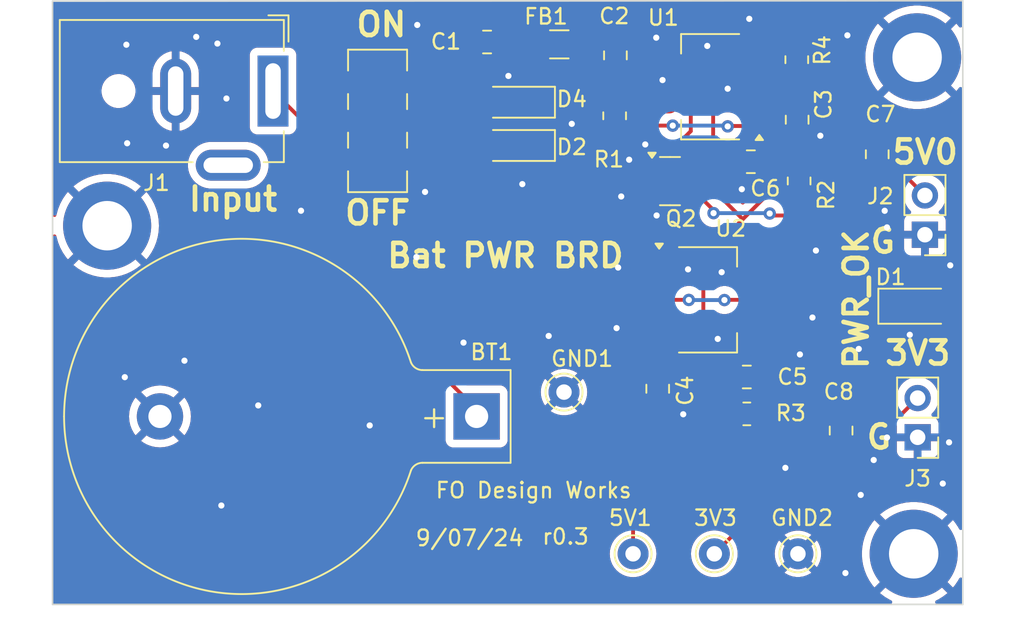
<source format=kicad_pcb>
(kicad_pcb (version 20221018) (generator pcbnew)
  (layers (0 "F.Cu" signal) (31 "B.Cu" signal) (34 "B.Paste" user) (35 "F.Paste" user) (36 "B.SilkS" user "B.Silkscreen") (37 "F.SilkS" user "F.Silkscreen") (38 "B.Mask" user) (39 "F.Mask" user) (44 "Edge.Cuts" user))
  (net 0 "")
  (net 1 "+5V")
  (net 2 "GND")
  (net 3 "Net-(D1-K)")
  (net 4 "Net-(D1-A)")
  (net 5 "Net-(BT1-+)")
  (net 6 "Net-(Q2-B)")
  (net 7 "Net-(U1-VIN)")
  (net 8 "+3.3V")
  (net 11 "Net-(D2-K)")
  (net 12 "Net-(D2-A)")
  (net 13 "Net-(D4-A)")
  (net 14 "Net-(SW1A-B)")
  (footprint "LED_SMD:LED_1206_3216Metric_Pad1.42x1.75mm_HandSolder" (layer "F.Cu") (at 128.8221 105.0063)
    (fp_text reference "D1" (at -1.6702 -1.8877) (layer "F.SilkS"))
    (fp_text value "OC_Fault")
    (fp_line (start -2.46 -1.135) (end -2.46 1.135) (stroke (width 0.12)) (layer "F.SilkS"))
    (fp_line (start -2.46 1.135) (end 1.6 1.135) (stroke (width 0.12)) (layer "F.SilkS"))
    (fp_line (start 1.6 -1.135) (end -2.46 -1.135) (stroke (width 0.12)) (layer "F.SilkS"))
    (pad "1" smd roundrect (at -1.4875 0) (size 1.425 1.75) (layers "F.Cu" "F.Paste" "F.Mask") (roundrect_rratio 0.1754392982) (net 3 "Net-(D1-K)"))
    (pad "2" smd roundrect (at 1.4875 0) (size 1.425 1.75) (layers "F.Cu" "F.Paste" "F.Mask") (roundrect_rratio 0.1754392982) (net 4 "Net-(D1-A)"))
  )
  (footprint "TestPoint:TestPoint_THTPad_D2.0mm_Drill1.0mm" (layer "F.Cu") (at 106.0196 110.5662)
    (fp_text reference "GND1" (at 1.1684 -2.159) (layer "F.SilkS"))
    (fp_text value "GND")
    (fp_circle (center 0 0) (end 0 1.2) (stroke (width 0.12)) (fill none) (layer "F.SilkS"))
    (pad "1" thru_hole circle (at 0 0) (size 2 2) (drill 1) (layers "*.Cu" "*.Mask") (net 2 "GND"))
  )
  (footprint "Capacitor_SMD:C_0805_2012Metric_Pad1.18x1.45mm_HandSolder" (layer "F.Cu") (at 117.84925 109.58755)
    (fp_text reference "C5" (at 2.95315 -0.00695) (layer "F.SilkS"))
    (fp_text value "1uF")
    (fp_line (start -0.261252 -0.735) (end 0.261252 -0.735) (stroke (width 0.12)) (layer "F.SilkS"))
    (fp_line (start -0.261252 0.735) (end 0.261252 0.735) (stroke (width 0.12)) (layer "F.SilkS"))
    (pad "1" smd roundrect (at -1.0375 0) (size 1.175 1.45) (layers "F.Cu" "F.Paste" "F.Mask") (roundrect_rratio 0.2127659574) (net 2 "GND"))
    (pad "2" smd roundrect (at 1.0375 0) (size 1.175 1.45) (layers "F.Cu" "F.Paste" "F.Mask") (roundrect_rratio 0.2127659574) (net 8 "+3.3V"))
  )
  (footprint "jerrys_Library:BarrelJack_GCT_DCJ200-10-A_Horizontal" (layer "F.Cu") (at 87.1893 91.0831 -90)
    (fp_text reference "J1" (at 5.9436 7.5438 -180) (layer "F.SilkS"))
    (fp_text value "INPUT_PWR")
    (fp_line (start -4.9 -1) (end -4.9 0.3) (stroke (width 0.12)) (layer "F.SilkS"))
    (fp_line (start -4.6 -0.7) (end -2.6 -0.7) (stroke (width 0.12)) (layer "F.SilkS"))
    (fp_line (start -4.6 13.8) (end -4.6 -0.7) (stroke (width 0.12)) (layer "F.SilkS"))
    (fp_line (start -3.2 -1) (end -4.9 -1) (stroke (width 0.12)) (layer "F.SilkS"))
    (fp_line (start 2.6 -0.7) (end 4.6 -0.7) (stroke (width 0.12)) (layer "F.SilkS"))
    (fp_line (start 4.6 -0.7) (end 4.6 0.6) (stroke (width 0.12)) (layer "F.SilkS"))
    (fp_line (start 4.6 5.2) (end 4.6 13.8) (stroke (width 0.12)) (layer "F.SilkS"))
    (fp_line (start 4.6 13.8) (end -4.6 13.8) (stroke (width 0.12)) (layer "F.SilkS"))
    (pad "" np_thru_hole circle (at 0 10 270) (size 1.7 1.7) (drill 1.7) (layers "F&B.Cu" "*.Mask"))
    (pad "1" thru_hole rect (at 0 0 270) (size 4.6 2) (drill oval 3.6 1) (layers "*.Cu" "*.Mask") (net 14 "Net-(SW1A-B)"))
    (pad "2" thru_hole oval (at 0 6.3 270) (size 4.2 2) (drill oval 3.2 1) (layers "*.Cu" "*.Mask") (net 2 "GND"))
    (pad "3" thru_hole oval (at 4.8 2.9 270) (size 2 4.2) (drill oval 1 3.2) (layers "*.Cu" "*.Mask"))
  )
  (footprint "Connector_PinHeader_2.54mm:PinHeader_1x02_P2.54mm_Vertical" (layer "F.Cu") (at 129.3765 100.3808 180)
    (fp_text reference "J2" (at 2.8845 2.4892) (layer "F.SilkS"))
    (fp_text value "Output_5V")
    (fp_line (start -1.33 -1.33) (end 0 -1.33) (stroke (width 0.12)) (layer "F.SilkS"))
    (fp_line (start -1.33 0) (end -1.33 -1.33) (stroke (width 0.12)) (layer "F.SilkS"))
    (fp_line (start -1.33 1.27) (end -1.33 3.87) (stroke (width 0.12)) (layer "F.SilkS"))
    (fp_line (start -1.33 1.27) (end 1.33 1.27) (stroke (width 0.12)) (layer "F.SilkS"))
    (fp_line (start -1.33 3.87) (end 1.33 3.87) (stroke (width 0.12)) (layer "F.SilkS"))
    (fp_line (start 1.33 1.27) (end 1.33 3.87) (stroke (width 0.12)) (layer "F.SilkS"))
    (pad "1" thru_hole rect (at 0 0 180) (size 1.7 1.7) (drill 1) (layers "*.Cu" "*.Mask") (net 2 "GND"))
    (pad "2" thru_hole oval (at 0 2.54 180) (size 1.7 1.7) (drill 1) (layers "*.Cu" "*.Mask") (net 1 "+5V"))
  )
  (footprint "jerrys_Library:SW_DPDT_CK_JS202011JCQN" (layer "F.Cu") (at 93.9546 93.0148 90)
    (fp_text reference "SW1" hide)
    (fp_text value "SW_DPDT_x2")
    (fp_line (start -4.61 -1.91) (end -4.61 1.91) (stroke (width 0.12)) (layer "F.SilkS"))
    (fp_line (start -4.61 1.91) (end -3.26 1.91) (stroke (width 0.12)) (layer "F.SilkS"))
    (fp_line (start -3.26 -1.91) (end -4.61 -1.91) (stroke (width 0.12)) (layer "F.SilkS"))
    (fp_line (start -0.76 -1.91) (end -1.74 -1.91) (stroke (width 0.12)) (layer "F.SilkS"))
    (fp_line (start -0.76 1.91) (end -1.74 1.91) (stroke (width 0.12)) (layer "F.SilkS"))
    (fp_line (start 1.74 -1.91) (end 0.76 -1.91) (stroke (width 0.12)) (layer "F.SilkS"))
    (fp_line (start 1.74 1.91) (end 0.76 1.91) (stroke (width 0.12)) (layer "F.SilkS"))
    (fp_line (start 4.61 -1.91) (end 3.26 -1.91) (stroke (width 0.12)) (layer "F.SilkS"))
    (fp_line (start 4.61 -1.91) (end 4.61 1.91) (stroke (width 0.12)) (layer "F.SilkS"))
    (fp_line (start 4.61 1.91) (end 3.26 1.91) (stroke (width 0.12)) (layer "F.SilkS"))
    (pad "1" smd rect (at -2.5 -3 90) (size 1 2.5) (layers "F.Cu" "F.Paste" "F.Mask"))
    (pad "2" smd rect (at 0 -3 90) (size 1 2.5) (layers "F.Cu" "F.Paste" "F.Mask") (net 14 "Net-(SW1A-B)"))
    (pad "3" smd rect (at 2.5 -3 90) (size 1 2.5) (layers "F.Cu" "F.Paste" "F.Mask") (net 12 "Net-(D2-A)"))
    (pad "4" smd rect (at -2.5 3 90) (size 1 2.5) (layers "F.Cu" "F.Paste" "F.Mask"))
    (pad "5" smd rect (at 0 3 90) (size 1 2.5) (layers "F.Cu" "F.Paste" "F.Mask") (net 5 "Net-(BT1-+)"))
    (pad "6" smd rect (at 2.5 3 90) (size 1 2.5) (layers "F.Cu" "F.Paste" "F.Mask") (net 13 "Net-(D4-A)"))
  )
  (footprint "Diode_SMD:D_SOD-123" (layer "F.Cu") (at 103.0721 91.8063 180)
    (fp_text reference "D4" (at -3.45 0.2 180) (layer "F.SilkS"))
    (fp_text value "1N5819WS")
    (fp_line (start -2.36 -1) (end -2.36 1) (stroke (width 0.12)) (layer "F.SilkS"))
    (fp_line (start -2.36 -1) (end 1.65 -1) (stroke (width 0.12)) (layer "F.SilkS"))
    (fp_line (start -2.36 1) (end 1.65 1) (stroke (width 0.12)) (layer "F.SilkS"))
    (pad "1" smd roundrect (at -1.65 0 180) (size 0.9 1.2) (layers "F.Cu" "F.Paste" "F.Mask") (net 11 "Net-(D2-K)"))
    (pad "2" smd roundrect (at 1.65 0 180) (size 0.9 1.2) (layers "F.Cu" "F.Paste" "F.Mask") (net 13 "Net-(D4-A)"))
  )
  (footprint "Capacitor_SMD:C_0805_2012Metric_Pad1.18x1.45mm_HandSolder" (layer "F.Cu") (at 121.1072 92.9386 90)
    (fp_text reference "C3" (at 0.9893 1.7031 90) (layer "F.SilkS"))
    (fp_text value "4.7uF")
    (fp_line (start -0.261252 -0.735) (end 0.261252 -0.735) (stroke (width 0.12)) (layer "F.SilkS"))
    (fp_line (start -0.261252 0.735) (end 0.261252 0.735) (stroke (width 0.12)) (layer "F.SilkS"))
    (pad "1" smd roundrect (at -1.0375 0 90) (size 1.175 1.45) (layers "F.Cu" "F.Paste" "F.Mask") (roundrect_rratio 0.2127659574) (net 2 "GND"))
    (pad "2" smd roundrect (at 1.0375 0 90) (size 1.175 1.45) (layers "F.Cu" "F.Paste" "F.Mask") (roundrect_rratio 0.2127659574) (net 1 "+5V"))
  )
  (footprint "Capacitor_SMD:C_0805_2012Metric_Pad1.18x1.45mm_HandSolder" (layer "F.Cu") (at 112.08345 110.34955 90)
    (fp_text reference "C4" (at -0.127 1.778 90) (layer "F.SilkS"))
    (fp_text value "1uF")
    (fp_line (start -0.261252 -0.735) (end 0.261252 -0.735) (stroke (width 0.12)) (layer "F.SilkS"))
    (fp_line (start -0.261252 0.735) (end 0.261252 0.735) (stroke (width 0.12)) (layer "F.SilkS"))
    (pad "1" smd roundrect (at -1.0375 0 90) (size 1.175 1.45) (layers "F.Cu" "F.Paste" "F.Mask") (roundrect_rratio 0.2127659574) (net 2 "GND"))
    (pad "2" smd roundrect (at 1.0375 0 90) (size 1.175 1.45) (layers "F.Cu" "F.Paste" "F.Mask") (roundrect_rratio 0.2127659574) (net 1 "+5V"))
  )
  (footprint "TestPoint:TestPoint_THTPad_D2.0mm_Drill1.0mm" (layer "F.Cu") (at 115.7478 121.031)
    (fp_text reference "3V3" (at 0.0743 -2.3247) (layer "F.SilkS"))
    (fp_text value "TP_3V3")
    (fp_circle (center 0 0) (end 0 1.2) (stroke (width 0.12)) (fill none) (layer "F.SilkS"))
    (pad "1" thru_hole circle (at 0 0) (size 2 2) (drill 1) (layers "*.Cu" "*.Mask") (net 8 "+3.3V"))
  )
  (footprint "Diode_SMD:D_SOD-123" (layer "F.Cu") (at 103.0721 94.6063 180)
    (fp_text reference "D2" (at -3.45 -0.1 180) (layer "F.SilkS"))
    (fp_text value "1N5819WS")
    (fp_line (start -2.36 -1) (end -2.36 1) (stroke (width 0.12)) (layer "F.SilkS"))
    (fp_line (start -2.36 -1) (end 1.65 -1) (stroke (width 0.12)) (layer "F.SilkS"))
    (fp_line (start -2.36 1) (end 1.65 1) (stroke (width 0.12)) (layer "F.SilkS"))
    (pad "1" smd roundrect (at -1.65 0 180) (size 0.9 1.2) (layers "F.Cu" "F.Paste" "F.Mask") (net 11 "Net-(D2-K)"))
    (pad "2" smd roundrect (at 1.65 0 180) (size 0.9 1.2) (layers "F.Cu" "F.Paste" "F.Mask") (net 12 "Net-(D2-A)"))
  )
  (footprint "Capacitor_SMD:C_0805_2012Metric_Pad1.18x1.45mm_HandSolder" (layer "F.Cu") (at 101.0412 87.9094)
    (fp_text reference "C1" (at -2.667 -0.0254 180) (layer "F.SilkS"))
    (fp_text value "0.1uF")
    (fp_line (start -0.261252 -0.735) (end 0.261252 -0.735) (stroke (width 0.12)) (layer "F.SilkS"))
    (fp_line (start -0.261252 0.735) (end 0.261252 0.735) (stroke (width 0.12)) (layer "F.SilkS"))
    (pad "1" smd roundrect (at -1.0375 0) (size 1.175 1.45) (layers "F.Cu" "F.Paste" "F.Mask") (roundrect_rratio 0.2127659574) (net 2 "GND"))
    (pad "2" smd roundrect (at 1.0375 0) (size 1.175 1.45) (layers "F.Cu" "F.Paste" "F.Mask") (roundrect_rratio 0.2127659574) (net 11 "Net-(D2-K)"))
  )
  (footprint "Capacitor_SMD:C_0805_2012Metric_Pad1.18x1.45mm_HandSolder" (layer "F.Cu") (at 123.952 113.0554 90)
    (fp_text reference "C8" (at 2.5146 -0.1524 180) (layer "F.SilkS"))
    (fp_text value "0.1uF")
    (fp_line (start -0.261252 -0.735) (end 0.261252 -0.735) (stroke (width 0.12)) (layer "F.SilkS"))
    (fp_line (start -0.261252 0.735) (end 0.261252 0.735) (stroke (width 0.12)) (layer "F.SilkS"))
    (pad "1" smd roundrect (at -1.0375 0 90) (size 1.175 1.45) (layers "F.Cu" "F.Paste" "F.Mask") (roundrect_rratio 0.2127659574) (net 2 "GND"))
    (pad "2" smd roundrect (at 1.0375 0 90) (size 1.175 1.45) (layers "F.Cu" "F.Paste" "F.Mask") (roundrect_rratio 0.2127659574) (net 8 "+3.3V"))
  )
  (footprint "Package_TO_SOT_SMD:SOT-23" (layer "F.Cu") (at 112.8776 96.9123)
    (fp_text reference "Q2" (at 0.7099 2.4258) (layer "F.SilkS"))
    (fp_text value "MMBT3904")
    (fp_line (start 0 -1.56) (end -0.65 -1.56) (stroke (width 0.12)) (layer "F.SilkS"))
    (fp_line (start 0 -1.56) (end 0.65 -1.56) (stroke (width 0.12)) (layer "F.SilkS"))
    (fp_line (start 0 1.56) (end -0.65 1.56) (stroke (width 0.12)) (layer "F.SilkS"))
    (fp_line (start 0 1.56) (end 0.65 1.56) (stroke (width 0.12)) (layer "F.SilkS"))
    (fp_poly (pts (xy -1.1625 -1.51) (xy -1.4025 -1.84) (xy -0.9225 -1.84) (xy -1.1625 -1.51)) (stroke (width 0.12)) (fill solid) (layer "F.SilkS"))
    (pad "1" smd roundrect (at -0.9375 -0.95) (size 1.475 0.6) (layers "F.Cu" "F.Paste" "F.Mask") (net 6 "Net-(Q2-B)"))
    (pad "2" smd roundrect (at -0.9375 0.95) (size 1.475 0.6) (layers "F.Cu" "F.Paste" "F.Mask") (net 2 "GND"))
    (pad "3" smd roundrect (at 0.9375 0) (size 1.475 0.6) (layers "F.Cu" "F.Paste" "F.Mask") (net 3 "Net-(D1-K)"))
  )
  (footprint "Resistor_SMD:R_0805_2012Metric_Pad1.20x1.40mm_HandSolder" (layer "F.Cu") (at 121.2355 96.9023 90)
    (fp_text reference "R2" (at -0.9144 1.7526 90) (layer "F.SilkS"))
    (fp_text value "2.7K")
    (fp_line (start -0.227064 -0.735) (end 0.227064 -0.735) (stroke (width 0.12)) (layer "F.SilkS"))
    (fp_line (start -0.227064 0.735) (end 0.227064 0.735) (stroke (width 0.12)) (layer "F.SilkS"))
    (pad "1" smd roundrect (at -1 0 90) (size 1.2 1.4) (layers "F.Cu" "F.Paste" "F.Mask") (roundrect_rratio 0.2083333333) (net 4 "Net-(D1-A)"))
    (pad "2" smd roundrect (at 1 0 90) (size 1.2 1.4) (layers "F.Cu" "F.Paste" "F.Mask") (roundrect_rratio 0.2083333333) (net 1 "+5V"))
  )
  (footprint "MountingHole:MountingHole_3.2mm_M3_ISO7380_Pad_TopBottom" (layer "F.Cu") (at 128.6497 121.0297)
    (fp_text reference "H3" hide)
    (fp_text value "MountingHole_Pad")
    (pad "1" thru_hole circle (at 0 0) (size 3.6 3.6) (drill 3.2) (layers "*.Cu" "*.Mask") (net 2 "GND"))
    (pad "1" connect circle (at 0 0) (size 5.7 5.7) (layers "F.Cu" "F.Mask") (net 2 "GND"))
    (pad "1" connect circle (at 0 0) (size 5.7 5.7) (layers "B.Cu" "B.Mask") (net 2 "GND"))
  )
  (footprint "Resistor_SMD:R_0805_2012Metric_Pad1.20x1.40mm_HandSolder" (layer "F.Cu") (at 109.2962 92.6846 -90)
    (fp_text reference "R1" (at 2.8217 0.3741 -180) (layer "F.SilkS"))
    (fp_text value "100K")
    (fp_line (start -0.227064 -0.735) (end 0.227064 -0.735) (stroke (width 0.12)) (layer "F.SilkS"))
    (fp_line (start -0.227064 0.735) (end 0.227064 0.735) (stroke (width 0.12)) (layer "F.SilkS"))
    (pad "1" smd roundrect (at -1 0 270) (size 1.2 1.4) (layers "F.Cu" "F.Paste" "F.Mask") (roundrect_rratio 0.2083333333) (net 7 "Net-(U1-VIN)"))
    (pad "2" smd roundrect (at 1 0 270) (size 1.2 1.4) (layers "F.Cu" "F.Paste" "F.Mask") (roundrect_rratio 0.2083333333) (net 2 "GND"))
  )
  (footprint "Resistor_SMD:R_0805_2012Metric_Pad1.20x1.40mm_HandSolder" (layer "F.Cu") (at 117.85055 111.97645)
    (fp_text reference "R3" (at 2.8448 -0.0508) (layer "F.SilkS"))
    (fp_text value "5.1K")
    (fp_line (start -0.227064 -0.735) (end 0.227064 -0.735) (stroke (width 0.12)) (layer "F.SilkS"))
    (fp_line (start -0.227064 0.735) (end 0.227064 0.735) (stroke (width 0.12)) (layer "F.SilkS"))
    (pad "1" smd roundrect (at -1 0) (size 1.2 1.4) (layers "F.Cu" "F.Paste" "F.Mask") (roundrect_rratio 0.2083333333) (net 2 "GND"))
    (pad "2" smd roundrect (at 1 0) (size 1.2 1.4) (layers "F.Cu" "F.Paste" "F.Mask") (roundrect_rratio 0.2083333333) (net 8 "+3.3V"))
  )
  (footprint "Inductor_SMD:L_1206_3216Metric_Pad1.42x1.75mm_HandSolder" (layer "F.Cu") (at 105.7148 88.0618 180)
    (fp_text reference "FB1" (at 0.8636 1.8034) (layer "F.SilkS"))
    (fp_text value "FerriteBead, 6A 1 9mΩ 33Ω@100MHz ±25% 1206 Ferrite Beads ROHS" hide)
    (fp_line (start -0.602064 -0.91) (end 0.602064 -0.91) (stroke (width 0.12)) (layer "F.SilkS"))
    (fp_line (start -0.602064 0.91) (end 0.602064 0.91) (stroke (width 0.12)) (layer "F.SilkS"))
    (pad "1" smd roundrect (at -1.4875 0 180) (size 1.425 1.75) (layers "F.Cu" "F.Paste" "F.Mask") (roundrect_rratio 0.1754392982) (net 7 "Net-(U1-VIN)"))
    (pad "2" smd roundrect (at 1.4875 0 180) (size 1.425 1.75) (layers "F.Cu" "F.Paste" "F.Mask") (roundrect_rratio 0.1754392982) (net 11 "Net-(D2-K)"))
  )
  (footprint "TestPoint:TestPoint_THTPad_D2.0mm_Drill1.0mm" (layer "F.Cu") (at 121.158 121.031)
    (fp_text reference "GND2" (at 0.2641 -2.3247) (layer "F.SilkS"))
    (fp_text value "GND")
    (fp_circle (center 0 0) (end 0 1.2) (stroke (width 0.12)) (fill none) (layer "F.SilkS"))
    (pad "1" thru_hole circle (at 0 0) (size 2 2) (drill 1) (layers "*.Cu" "*.Mask") (net 2 "GND"))
  )
  (footprint "Capacitor_SMD:C_0805_2012Metric_Pad1.18x1.45mm_HandSolder" (layer "F.Cu") (at 118.11 95.6564)
    (fp_text reference "C6" (at 0.9398 1.7272 180) (layer "F.SilkS"))
    (fp_text value "4.7uF")
    (fp_line (start -0.261252 -0.735) (end 0.261252 -0.735) (stroke (width 0.12)) (layer "F.SilkS"))
    (fp_line (start -0.261252 0.735) (end 0.261252 0.735) (stroke (width 0.12)) (layer "F.SilkS"))
    (pad "1" smd roundrect (at -1.0375 0) (size 1.175 1.45) (layers "F.Cu" "F.Paste" "F.Mask") (roundrect_rratio 0.2127659574) (net 2 "GND"))
    (pad "2" smd roundrect (at 1.0375 0) (size 1.175 1.45) (layers "F.Cu" "F.Paste" "F.Mask") (roundrect_rratio 0.2127659574) (net 7 "Net-(U1-VIN)"))
  )
  (footprint "Capacitor_SMD:C_0805_2012Metric_Pad1.18x1.45mm_HandSolder" (layer "F.Cu") (at 126.2901 95.1751 -90)
    (fp_text reference "C7" (at -2.5908 -0.2032 -180) (layer "F.SilkS"))
    (fp_text value "0.1uF")
    (fp_line (start -0.261252 -0.735) (end 0.261252 -0.735) (stroke (width 0.12)) (layer "F.SilkS"))
    (fp_line (start -0.261252 0.735) (end 0.261252 0.735) (stroke (width 0.12)) (layer "F.SilkS"))
    (pad "1" smd roundrect (at -1.0375 0 270) (size 1.175 1.45) (layers "F.Cu" "F.Paste" "F.Mask") (roundrect_rratio 0.2127659574) (net 2 "GND"))
    (pad "2" smd roundrect (at 1.0375 0 270) (size 1.175 1.45) (layers "F.Cu" "F.Paste" "F.Mask") (roundrect_rratio 0.2127659574) (net 1 "+5V"))
  )
  (footprint "Package_TO_SOT_SMD:SOT-223-3_TabPin2" (layer "F.Cu") (at 115.30925 104.59585)
    (fp_text reference "U2" (at 1.4986 -4.6095) (layer "F.SilkS"))
    (fp_text value "LM1117MP-3.3")
    (fp_line (start -1.85 -3.41) (end 1.91 -3.41) (stroke (width 0.12)) (layer "F.SilkS"))
    (fp_line (start -1.85 3.41) (end 1.91 3.41) (stroke (width 0.12)) (layer "F.SilkS"))
    (fp_line (start 1.91 -3.41) (end 1.91 -2.15) (stroke (width 0.12)) (layer "F.SilkS"))
    (fp_line (start 1.91 3.41) (end 1.91 2.15) (stroke (width 0.12)) (layer "F.SilkS"))
    (fp_poly (pts (xy -3.13 -3.31) (xy -3.37 -3.64) (xy -2.89 -3.64) (xy -3.13 -3.31)) (stroke (width 0.12)) (fill solid) (layer "F.SilkS"))
    (pad "1" smd roundrect (at -3.15 -2.3) (size 2 1.5) (layers "F.Cu" "F.Paste" "F.Mask") (net 2 "GND"))
    (pad "2" smd roundrect (at -3.15 0) (size 2 1.5) (layers "F.Cu" "F.Paste" "F.Mask") (net 8 "+3.3V"))
    (pad "2" smd roundrect (at 3.15 0) (size 2 3.8) (layers "F.Cu" "F.Paste" "F.Mask") (net 8 "+3.3V"))
    (pad "3" smd roundrect (at -3.15 2.3) (size 2 1.5) (layers "F.Cu" "F.Paste" "F.Mask") (net 1 "+5V"))
  )
  (footprint "Battery:BatteryHolder_Keystone_103_1x20mm" (layer "F.Cu") (at 100.362601 112.141001 180)
    (fp_text reference "BT1" (at -0.957999 4.165601 180) (layer "F.SilkS"))
    (fp_text value "CR2032 X 2")
    (fp_text user "+" (at 2.75 0 180) (layer "F.SilkS") (effects (font (size 1.5 1.5))))
    (fp_line (start -2.2 -3) (end 3.5 -3) (stroke (width 0.12)) (layer "F.SilkS"))
    (fp_line (start -2.2 3) (end -2.2 -3) (stroke (width 0.12)) (layer "F.SilkS"))
    (fp_line (start -2.2 3) (end 3.5 3) (stroke (width 0.12)) (layer "F.SilkS"))
    (fp_arc (start 3.5 3) (mid 3.950694 3.136459) (end 4.25 3.5) (stroke (width 0.12)) (layer "F.SilkS"))
    (fp_arc (start 4.25 -3.5) (mid 3.950694 -3.136459) (end 3.5 -3) (stroke (width 0.12)) (layer "F.SilkS"))
    (fp_arc (start 4.25 -3.5) (mid 16.971103 -11.358466) (end 26.695671 0) (stroke (width 0.12)) (layer "F.SilkS"))
    (fp_arc (start 26.695671 0) (mid 16.971103 11.358466) (end 4.25 3.5) (stroke (width 0.12)) (layer "F.SilkS"))
    (pad "1" thru_hole rect (at 0 0 180) (size 3 3) (drill 1.5) (layers "*.Cu" "*.Mask") (net 5 "Net-(BT1-+)"))
    (pad "2" thru_hole circle (at 20.49 0 180) (size 3 3) (drill 1.5) (layers "*.Cu" "*.Mask") (net 2 "GND"))
  )
  (footprint "TestPoint:TestPoint_THTPad_D2.0mm_Drill1.0mm" (layer "F.Cu") (at 110.49 121.031)
    (fp_text reference "5V1" (at -0.1794 -2.3247) (layer "F.SilkS"))
    (fp_text value "TP_5V")
    (fp_circle (center 0 0) (end 0 1.2) (stroke (width 0.12)) (fill none) (layer "F.SilkS"))
    (pad "1" thru_hole circle (at 0 0) (size 2 2) (drill 1) (layers "*.Cu" "*.Mask") (net 1 "+5V"))
  )
  (footprint "Resistor_SMD:R_0805_2012Metric_Pad1.20x1.40mm_HandSolder" (layer "F.Cu") (at 121.0831 89.0537 -90)
    (fp_text reference "R4" (at -0.6096 -1.651 90) (layer "F.SilkS"))
    (fp_text value "10K")
    (fp_line (start -0.227064 -0.735) (end 0.227064 -0.735) (stroke (width 0.12)) (layer "F.SilkS"))
    (fp_line (start -0.227064 0.735) (end 0.227064 0.735) (stroke (width 0.12)) (layer "F.SilkS"))
    (pad "1" smd roundrect (at -1 0 270) (size 1.2 1.4) (layers "F.Cu" "F.Paste" "F.Mask") (roundrect_rratio 0.2083333333) (net 6 "Net-(Q2-B)"))
    (pad "2" smd roundrect (at 1 0 270) (size 1.2 1.4) (layers "F.Cu" "F.Paste" "F.Mask") (roundrect_rratio 0.2083333333) (net 1 "+5V"))
  )
  (footprint "Connector_PinHeader_2.54mm:PinHeader_1x02_P2.54mm_Vertical" (layer "F.Cu") (at 128.905 113.4922 180)
    (fp_text reference "J3" (at 0 -2.667) (layer "F.SilkS"))
    (fp_text value "Output_3V3")
    (fp_line (start -1.33 -1.33) (end 0 -1.33) (stroke (width 0.12)) (layer "F.SilkS"))
    (fp_line (start -1.33 0) (end -1.33 -1.33) (stroke (width 0.12)) (layer "F.SilkS"))
    (fp_line (start -1.33 1.27) (end -1.33 3.87) (stroke (width 0.12)) (layer "F.SilkS"))
    (fp_line (start -1.33 1.27) (end 1.33 1.27) (stroke (width 0.12)) (layer "F.SilkS"))
    (fp_line (start -1.33 3.87) (end 1.33 3.87) (stroke (width 0.12)) (layer "F.SilkS"))
    (fp_line (start 1.33 1.27) (end 1.33 3.87) (stroke (width 0.12)) (layer "F.SilkS"))
    (pad "1" thru_hole rect (at 0 0 180) (size 1.7 1.7) (drill 1) (layers "*.Cu" "*.Mask") (net 2 "GND"))
    (pad "2" thru_hole oval (at 0 2.54 180) (size 1.7 1.7) (drill 1) (layers "*.Cu" "*.Mask") (net 8 "+3.3V"))
  )
  (footprint "MountingHole:MountingHole_3.2mm_M3_ISO7380_Pad_TopBottom" (layer "F.Cu") (at 76.454 99.7966)
    (fp_text reference "H1" hide)
    (fp_text value "MountingHole_Pad")
    (pad "1" thru_hole circle (at 0 0) (size 3.6 3.6) (drill 3.2) (layers "*.Cu" "*.Mask") (net 2 "GND"))
    (pad "1" connect circle (at 0 0) (size 5.7 5.7) (layers "F.Cu" "F.Mask") (net 2 "GND"))
    (pad "1" connect circle (at 0 0) (size 5.7 5.7) (layers "B.Cu" "B.Mask") (net 2 "GND"))
  )
  (footprint "Capacitor_SMD:C_0805_2012Metric_Pad1.18x1.45mm_HandSolder" (layer "F.Cu") (at 109.347 88.773 -90)
    (fp_text reference "C2" (at -2.54 0.0762) (layer "F.SilkS"))
    (fp_text value "0.1uF")
    (fp_line (start -0.261252 -0.735) (end 0.261252 -0.735) (stroke (width 0.12)) (layer "F.SilkS"))
    (fp_line (start -0.261252 0.735) (end 0.261252 0.735) (stroke (width 0.12)) (layer "F.SilkS"))
    (pad "1" smd roundrect (at -1.0375 0 270) (size 1.175 1.45) (layers "F.Cu" "F.Paste" "F.Mask") (roundrect_rratio 0.2127659574) (net 2 "GND"))
    (pad "2" smd roundrect (at 1.0375 0 270) (size 1.175 1.45) (layers "F.Cu" "F.Paste" "F.Mask") (roundrect_rratio 0.2127659574) (net 7 "Net-(U1-VIN)"))
  )
  (footprint "Package_TO_SOT_SMD:SOT-223-6" (layer "F.Cu") (at 115.4684 90.805 180)
    (fp_text reference "U1" (at 3.0254 4.4704 180) (layer "F.SilkS"))
    (fp_text value "MCP1755")
    (fp_line (start -1.8875 -3.41) (end 1.8725 -3.41) (stroke (width 0.12)) (layer "F.SilkS"))
    (fp_line (start -1.8875 3.41) (end 1.8725 3.41) (stroke (width 0.12)) (layer "F.SilkS"))
    (fp_line (start 1.8725 -3.41) (end 1.8725 -2.15) (stroke (width 0.12)) (layer "F.SilkS"))
    (fp_line (start 1.8725 3.41) (end 1.8725 2.15) (stroke (width 0.12)) (layer "F.SilkS"))
    (fp_poly (pts (xy -3.19 -3.12) (xy -3.43 -3.45) (xy -2.95 -3.45) (xy -3.19 -3.12)) (stroke (width 0.12)) (fill solid) (layer "F.SilkS"))
    (pad "1" smd roundrect (at -3.1375 -2.54 180) (size 2.2 0.6) (layers "F.Cu" "F.Paste" "F.Mask") (net 7 "Net-(U1-VIN)"))
    (pad "2" smd roundrect (at -3.1375 -1.27 180) (size 2.2 0.6) (layers "F.Cu" "F.Paste" "F.Mask") (net 7 "Net-(U1-VIN)"))
    (pad "3" smd roundrect (at -3.1375 0 180) (size 2.2 0.6) (layers "F.Cu" "F.Paste" "F.Mask") (net 2 "GND"))
    (pad "4" smd roundrect (at -3.1375 1.27 180) (size 2.2 0.6) (layers "F.Cu" "F.Paste" "F.Mask") (net 1 "+5V"))
    (pad "5" smd roundrect (at -3.1375 2.54 180) (size 2.2 0.6) (layers "F.Cu" "F.Paste" "F.Mask") (net 6 "Net-(Q2-B)"))
    (pad "6" smd roundrect (at 3.1625 0 180) (size 2.15 3.45) (layers "F.Cu" "F.Paste" "F.Mask") (net 2 "GND"))
  )
  (footprint "MountingHole:MountingHole_3.2mm_M3_ISO7380_Pad_TopBottom" (layer "F.Cu") (at 128.8717 88.9)
    (fp_text reference "H2" hide)
    (fp_text value "MountingHole_Pad")
    (pad "1" thru_hole circle (at 0 0) (size 3.6 3.6) (drill 3.2) (layers "*.Cu" "*.Mask") (net 2 "GND"))
    (pad "1" connect circle (at 0 0) (size 5.7 5.7) (layers "F.Cu" "F.Mask") (net 2 "GND"))
    (pad "1" connect circle (at 0 0) (size 5.7 5.7) (layers "B.Cu" "B.Mask") (net 2 "GND"))
  )
  (gr_line (start 72.9221 124.3063) (end 72.9221 85.2665) (stroke (width 0.1)) (layer "Edge.Cuts"))
  (gr_line (start 131.8247 85.2411) (end 131.826 124.3063) (stroke (width 0.1)) (layer "Edge.Cuts"))
  (gr_line (start 131.8247 124.3063) (end 72.9221 124.3063) (stroke (width 0.1)) (layer "Edge.Cuts"))
  (gr_line (start 72.9221 85.2665) (end 131.8247 85.2411) (stroke (width 0.1)) (layer "Edge.Cuts"))
  (gr_text "PWR_OK" (at 125.8075 109.2213 90) (layer "F.SilkS") (effects (font (size 1.5 1.5) (thickness 0.3) bold) (justify left bottom)))
  (gr_text "FO Design Works" (at 97.6221 117.5063) (layer "F.SilkS") (effects (font (size 1 1)) (justify left bottom)))
  (gr_text "G" (at 125.4519 114.3521) (layer "F.SilkS") (effects (font (size 1.5 1.5) (thickness 0.3) bold) (justify left bottom)))
  (gr_text "Bat PWR BRD" (at 94.4221 102.6063) (layer "F.SilkS") (effects (font (size 1.5 1.5) (thickness 0.3) bold) (justify left bottom)))
  (gr_text "ON" (at 92.4293 87.6541) (layer "F.SilkS") (effects (font (size 1.5 1.5) (thickness 0.3) bold) (justify left bottom)))
  (gr_text "G" (at 125.7046 101.6762) (layer "F.SilkS") (effects (font (size 1.5 1.5) (thickness 0.3) bold) (justify left bottom)))
  (gr_text "5V0" (at 127.127 95.9104) (layer "F.SilkS") (effects (font (size 1.5 1.5) (thickness 0.3) bold) (justify left bottom)))
  (gr_text "r0.3" (at 104.5221 120.5063) (layer "F.SilkS") (effects (font (size 1 1)) (justify left bottom)))
  (gr_text "OFF" (at 91.694 99.8474) (layer "F.SilkS") (effects (font (size 1.5 1.5) (thickness 0.3) bold) (justify left bottom)))
  (gr_text "9/07/24" (at 96.3221 120.6063) (layer "F.SilkS") (effects (font (size 1.016 1.016) (thickness 0.1524)) (justify left bottom)))
  (gr_text "Input" (at 81.5835 98.9571) (layer "F.SilkS") (effects (font (size 1.5 1.5) (thickness 0.3) bold) (justify left bottom)))
  (gr_text "3V3" (at 126.6444 108.9152) (layer "F.SilkS") (effects (font (size 1.5 1.5) (thickness 0.3) bold) (justify left bottom)))
  (segment (start 115.6716 97.4598) (end 117.5893 99.3775) (width 0.25) (layer "F.Cu") (net 1))
  (segment (start 118.6059 89.535) (end 120.666 89.535) (width 0.25) (layer "F.Cu") (net 1))
  (segment (start 113.7666 106.89585) (end 112.15925 106.89585) (width 0.25) (layer "F.Cu") (net 1))
  (segment (start 115.6716 90.6018) (end 115.6716 97.4598) (width 0.25) (layer "F.Cu") (net 1))
  (segment (start 120.5832 96.3836) (end 127.9193 96.3836) (width 0.25) (layer "F.Cu") (net 1))
  (segment (start 116.7384 89.535) (end 115.6716 90.6018) (width 0.25) (layer "F.Cu") (net 1))
  (segment (start 110.49 121.031) (end 110.49 110.462) (width 0.25) (layer "F.Cu") (net 1))
  (segment (start 112.08345 109.31205) (end 112.08345 106.97165) (width 0.25) (layer "F.Cu") (net 1))
  (segment (start 121.1326 90.0016) (end 121.1326 91.8757) (width 0.25) (layer "F.Cu") (net 1))
  (segment (start 127.9193 96.3836) (end 129.3765 97.8408) (width 0.25) (layer "F.Cu") (net 1))
  (segment (start 113.78435 106.89585) (end 115.0366 105.6436) (width 0.25) (layer "F.Cu") (net 1))
  (segment (start 118.6059 89.535) (end 116.7384 89.535) (width 0.25) (layer "F.Cu") (net 1))
  (segment (start 111.63995 109.31205) (end 112.08345 109.31205) (width 0.25) (layer "F.Cu") (net 1))
  (segment (start 112.10385 106.84045) (end 112.15925 106.89585) (width 0.25) (layer "F.Cu") (net 1))
  (segment (start 121.1326 91.8757) (end 121.1072 91.9011) (width 0.25) (layer "F.Cu") (net 1))
  (segment (start 112.08345 106.97165) (end 112.15925 106.89585) (width 0.25) (layer "F.Cu") (net 1))
  (segment (start 120.666 89.535) (end 121.1326 90.0016) (width 0.25) (layer "F.Cu") (net 1))
  (segment (start 110.49 110.462) (end 111.63995 109.31205) (width 0.25) (layer "F.Cu") (net 1))
  (segment (start 115.0366 105.6436) (end 115.0366 101.9302) (width 0.25) (layer "F.Cu") (net 1))
  (segment (start 115.0366 101.9302) (end 120.5832 96.3836) (width 0.25) (layer "F.Cu") (net 1))
  (segment (start 116.6114 90.932) (end 116.6114 91.0082) (width 0.25) (layer "F.Cu") (net 2))
  (segment (start 116.6876 90.932) (end 116.6114 90.932) (width 0.25) (layer "F.Cu") (net 2))
  (segment (start 118.6059 90.805) (end 116.8146 90.805) (width 0.25) (layer "F.Cu") (net 2))
  (segment (start 116.8146 90.805) (end 116.6876 90.932) (width 0.25) (layer "F.Cu") (net 2))
  (segment (start 112.0127 99.1349) (end 112.0127 97.9349) (width 0.25) (layer "F.Cu") (net 2))
  (segment (start 122.6071 93.9761) (end 121.1072 93.9761) (width 0.25) (layer "F.Cu") (net 2))
  (segment (start 116.6114 91.0082) (end 116.6114 91.0082) (width 0.25) (layer "F.Cu") (net 2))
  (segment (start 112.0127 97.9349) (end 111.9401 97.8623) (width 0.25) (layer "F.Cu") (net 2))
  (via (at 118.0084 86.4108) (size 0.8) (drill 0.4) (layers "F.Cu" "B.Cu") (net 2))
  (via (at 97.0267 97.6109) (size 0.8) (drill 0.4) (layers "F.Cu" "B.Cu") (net 2))
  (via (at 96.4679 101.8273) (size 0.8) (drill 0.4) (layers "F.Cu" "B.Cu") (net 2))
  (via (at 109.5221 102.5063) (size 0.8) (drill 0.4) (layers "F.Cu" "B.Cu") (net 2))
  (via (at 93.4453 112.7239) (size 0.8) (drill 0.4) (layers "F.Cu" "B.Cu") (net 2))
  (via (at 124.3584 87.4776) (size 0.8) (drill 0.4) (layers "F.Cu" "B.Cu") (net 2))
  (via (at 111.9886 87.63) (size 0.8) (drill 0.4) (layers "F.Cu" "B.Cu") (net 2))
  (via (at 103.3221 97.1063) (size 0.8) (drill 0.4) (layers "F.Cu" "B.Cu") (net 2))
  (via (at 126.0615 114.9617) (size 0.8) (drill 0.4) (layers "F.Cu" "B.Cu") (net 2))
  (via (at 122.0978 105.7402) (size 0.8) (drill 0.4) (layers "F.Cu" "B.Cu") (net 2))
  (via (at 130.9383 113.8187) (size 0.8) (drill 0.4) (layers "F.Cu" "B.Cu") (net 2))
  (via (at 81.4565 108.5329) (size 0.8) (drill 0.4) (layers "F.Cu" "B.Cu") (net 2))
  (via (at 114.046 102.621) (size 0.8) (drill 0.4) (layers "F.Cu" "B.Cu") (net 2))
  (via (at 82.2185 87.5779) (size 0.8) (drill 0.4) (layers "F.Cu" "B.Cu") (net 2))
  (via (at 122.3221 101.4063) (size 0.8) (drill 0.4) (layers "F.Cu" "B.Cu") (net 2))
  (via (at 122.6071 93.9761) (size 0.8) (drill 0.4) (layers "F.Cu" "B.Cu") (net 2))
  (via (at 77.7481 94.4613) (size 0.8) (drill 0.4) (layers "F.Cu" "B.Cu") (net 2))
  (via (at 128.397 106.8578) (size 0.8) (drill 0.4) (layers "F.Cu" "B.Cu") (net 2))
  (via (at 102.4221 90.1063) (size 0.8) (drill 0.4) (layers "F.Cu" "B.Cu") (net 2))
  (via (at 126.7727 98.8327) (size 0.8) (drill 0.4) (layers "F.Cu" "B.Cu") (net 2))
  (via (at 83.5901 88.0097) (size 0.8) (drill 0.4) (layers "F.Cu" "B.Cu") (net 2))
  (via (at 124.2314 122.2756) (size 0.8) (drill 0.4) (layers "F.Cu" "B.Cu") (net 2))
  (via (at 126.9221 99.9063) (size 0.8) (drill 0.4) (layers "F.Cu" "B.Cu") (net 2))
  (via (at 113.73445 112.00055) (size 0.8) (drill 0.4) (layers "F.Cu" "B.Cu") (net 2))
  (via (at 83.8441 117.9055) (size 0.8) (drill 0.4) (layers "F.Cu" "B.Cu") (net 2))
  (via (at 86.2317 111.4285) (size 0.8) (drill 0.4) (layers "F.Cu" "B.Cu") (net 2))
  (via (at 77.6973 88.0859) (size 0.8) (drill 0.4) (layers "F.Cu" "B.Cu") (net 2))
  (via (at 109.7221 97.9063) (size 0.8) (drill 0.4) (layers "F.Cu" "B.Cu") (net 2))
  (via (at 120.3452 115.4684) (size 0.8) (drill 0.4) (layers "F.Cu" "B.Cu") (net 2))
  (via (at 121.2863 108.1291) (size 0.8) (drill 0.4) (layers "F.Cu" "B.Cu") (net 2))
  (via (at 99.5159 107.3645) (size 0.8) (drill 0.4) (layers "F.Cu" "B.Cu") (net 2))
  (via (at 131.0145 102.3633) (size 0.8) (drill 0.4) (layers "F.Cu" "B.Cu") (net 2))
  (via (at 105.0277 106.9327) (size 0.8) (drill 0.4) (layers "F.Cu" "B.Cu") (net 2))
  (via (at 77.5957 109.5997) (size 0.8) (drill 0.4) (layers "F.Cu" "B.Cu") (net 2))
  (via (at 116.2221 102.8063) (size 0.8) (drill 0.4) (layers "F.Cu" "B.Cu") (net 2))
  (via (at 111.2774 94.5388) (size 0.8) (drill 0.4) (layers "F.Cu" "B.Cu") (net 2))
  (via (at 80.2627 94.6137) (size 0.8) (drill 0.4) (layers "F.Cu" "B.Cu") (net 2))
  (via (at 106.5221 93.2063) (size 0.8) (drill 0.4) (layers "F.Cu" "B.Cu") (net 2))
  (via (at 96.5221 86.8063) (size 0.8) (drill 0.4) (layers "F.Cu" "B.Cu") (net 2))
  (via (at 116.6114 90.932) (size 0.8) (drill 0.4) (layers "F.Cu" "B.Cu") (net 2))
  (via (at 115.2906 88.1634) (size 0.8) (drill 0.4) (layers "F.Cu" "B.Cu") (net 2))
  (via (at 125.222 117.221) (size 0.8) (drill 0.4) (layers "F.Cu" "B.Cu") (net 2))
  (via (at 89.0003 98.8301) (size 0.8) (drill 0.4) (layers "F.Cu" "B.Cu") (net 2))
  (via (at 84.1743 91.5657) (size 0.8) (drill 0.4) (layers "F.Cu" "B.Cu") (net 2))
  (via (at 115.96965 107.12375) (size 0.8) (drill 0.4) (layers "F.Cu" "B.Cu") (net 2))
  (via (at 130.5319 116.4857) (size 0.8) (drill 0.4) (layers "F.Cu" "B.Cu") (net 2))
  (via (at 112.395 90.3732) (size 0.8) (drill 0.4) (layers "F.Cu" "B.Cu") (net 2))
  (via (at 112.0127 99.1349) (size 0.8) (drill 0.4) (layers "F.Cu" "B.Cu") (net 2))
  (via (at 126.9221 113.5063) (size 0.8) (drill 0.4) (layers "F.Cu" "B.Cu") (net 2))
  (via (at 110.2347 95.5281) (size 0.8) (drill 0.4) (layers "F.Cu" "B.Cu") (net 2))
  (via (at 117.5258 97.4344) (size 0.8) (drill 0.4) (layers "F.Cu" "B.Cu") (net 2))
  (via (at 125.095 107.7722) (size 0.8) (drill 0.4) (layers "F.Cu" "B.Cu") (net 2))
  (via (at 109.4219 106.4247) (size 0.8) (drill 0.4) (layers "F.Cu" "B.Cu") (net 2))
  (segment (start 119.4575 99.1375) (end 119.3292 99.0092) (width 0.25) (layer "F.Cu") (net 3))
  (segment (start 127.3048 104.394) (end 127.3048 103.8606) (width 0.25) (layer "F.Cu") (net 3))
  (segment (start 127.3048 103.8606) (end 122.5817 99.1375) (width 0.25) (layer "F.Cu") (net 3))
  (segment (start 115.7224 98.8196) (end 115.7224 98.9584) (width 0.25) (layer "F.Cu") (net 3))
  (segment (start 115.7224 98.9584) (end 115.697 98.9838) (width 0.25) (layer "F.Cu") (net 3))
  (segment (start 115.7224 99.0092) (end 115.7224 99.0854) (width 0.25) (layer "F.Cu") (net 3))
  (segment (start 113.8151 96.9123) (end 115.7224 98.8196) (width 0.25) (layer "F.Cu") (net 3))
  (segment (start 115.697 98.9838) (end 115.7224 99.0092) (width 0.25) (layer "F.Cu") (net 3))
  (segment (start 122.5817 99.1375) (end 119.4575 99.1375) (width 0.25) (layer "F.Cu") (net 3))
  (via (at 115.697 98.9838) (size 0.8) (drill 0.4) (layers "F.Cu" "B.Cu") (net 3))
  (via (at 119.3292 99.0092) (size 0.8) (drill 0.4) (layers "F.Cu" "B.Cu") (net 3))
  (segment (start 119.2022 98.9838) (end 119.3292 99.0092) (width 0.25) (layer "B.Cu") (net 3))
  (segment (start 119.3292 99.0092) (end 119.253 98.9838) (width 0.25) (layer "B.Cu") (net 3))
  (segment (start 119.253 98.9838) (end 119.2276 98.9838) (width 0.25) (layer "B.Cu") (net 3))
  (segment (start 115.697 98.9838) (end 119.2022 98.9838) (width 0.25) (layer "B.Cu") (net 3))
  (segment (start 121.2355 97.9023) (end 123.3531 97.9023) (width 0.25) (layer "F.Cu") (net 4))
  (segment (start 128.5272 102.6414) (end 130.2798 104.394) (width 0.25) (layer "F.Cu") (net 4))
  (segment (start 123.3531 97.9023) (end 128.0922 102.6414) (width 0.25) (layer "F.Cu") (net 4))
  (segment (start 128.0922 102.6414) (end 128.5272 102.6414) (width 0.25) (layer "F.Cu") (net 4))
  (segment (start 94.6404 93.0148) (end 94.0054 93.6498) (width 0.25) (layer "F.Cu") (net 5))
  (segment (start 94.0054 105.3266) (end 100.894701 112.215901) (width 0.25) (layer "F.Cu") (net 5))
  (segment (start 94.0054 93.6498) (end 94.0054 105.3266) (width 0.25) (layer "F.Cu") (net 5))
  (segment (start 96.9546 93.0148) (end 94.6404 93.0148) (width 0.25) (layer "F.Cu") (net 5))
  (segment (start 116.3066 88.265) (end 114.2492 90.3224) (width 0.25) (layer "F.Cu") (net 6))
  (segment (start 120.8692 88.265) (end 121.1326 88.0016) (width 0.25) (layer "F.Cu") (net 6))
  (segment (start 114.2238 93.6786) (end 111.9401 95.9623) (width 0.25) (layer "F.Cu") (net 6))
  (segment (start 114.2492 90.3224) (end 114.2238 90.3224) (width 0.25) (layer "F.Cu") (net 6))
  (segment (start 118.6059 88.265) (end 116.3066 88.265) (width 0.25) (layer "F.Cu") (net 6))
  (segment (start 118.6059 88.265) (end 120.8692 88.265) (width 0.25) (layer "F.Cu") (net 6))
  (segment (start 114.2238 90.3224) (end 114.2238 93.6786) (width 0.25) (layer "F.Cu") (net 6))
  (segment (start 109.2962 91.6846) (end 109.2962 89.8613) (width 0.25) (layer "F.Cu") (net 7))
  (segment (start 116.586 93.3704) (end 116.586 93.3704) (width 0.25) (layer "F.Cu") (net 7))
  (segment (start 109.347 89.8105) (end 107.6556 89.8105) (width 0.25) (layer "F.Cu") (net 7))
  (segment (start 118.6059 93.345) (end 116.6114 93.345) (width 0.25) (layer "F.Cu") (net 7))
  (segment (start 118.6059 92.075) (end 118.6059 93.345) (width 0.25) (layer "F.Cu") (net 7))
  (segment (start 116.6114 93.3704) (end 116.586 93.3704) (width 0.25) (layer "F.Cu") (net 7))
  (segment (start 109.2962 89.8613) (end 109.347 89.8105) (width 0.25) (layer "F.Cu") (net 7))
  (segment (start 111.2774 93.3196) (end 109.6424 91.6846) (width 0.25) (layer "F.Cu") (net 7))
  (segment (start 118.6059 93.345) (end 119.1475 93.8866) (width 0.25) (layer "F.Cu") (net 7))
  (segment (start 119.1475 93.8866) (end 119.1475 95.6564) (width 0.25) (layer "F.Cu") (net 7))
  (segment (start 116.6114 93.345) (end 116.6114 93.345) (width 0.25) (layer "F.Cu") (net 7))
  (segment (start 113.0554 93.3196) (end 111.2774 93.3196) (width 0.25) (layer "F.Cu") (net 7))
  (segment (start 116.6114 93.345) (end 116.6114 93.3704) (width 0.25) (layer "F.Cu") (net 7))
  (segment (start 107.6556 89.8105) (end 107.2023 89.3572) (width 0.25) (layer "F.Cu") (net 7))
  (segment (start 109.6424 91.6846) (end 109.2962 91.6846) (width 0.25) (layer "F.Cu") (net 7))
  (segment (start 107.2023 89.3572) (end 107.2023 88.0618) (width 0.25) (layer "F.Cu") (net 7))
  (via (at 116.6114 93.3704) (size 0.8) (drill 0.4) (layers "F.Cu" "B.Cu") (net 7))
  (via (at 113.0554 93.3196) (size 0.8) (drill 0.4) (layers "F.Cu" "B.Cu") (net 7))
  (segment (start 113.0554 93.3196) (end 116.5606 93.3196) (width 0.25) (layer "B.Cu") (net 7))
  (segment (start 116.5606 93.3196) (end 116.6114 93.3704) (width 0.25) (layer "B.Cu") (net 7))
  (segment (start 127.8393 112.0179) (end 128.905 110.9522) (width 0.25) (layer "F.Cu") (net 8))
  (segment (start 118.85055 111.97645) (end 118.85055 109.68675) (width 0.25) (layer "F.Cu") (net 8))
  (segment (start 116.40145 104.60915) (end 116.40145 104.55835) (width 0.25) (layer "F.Cu") (net 8))
  (segment (start 118.85055 109.68675) (end 118.77675 109.61295) (width 0.25) (layer "F.Cu") (net 8))
  (segment (start 118.85055 117.92825) (end 115.7478 121.031) (width 0.25) (layer "F.Cu") (net 8))
  (segment (start 112.15925 104.59585) (end 114.25575 104.59585) (width 0.25) (layer "F.Cu") (net 8))
  (segment (start 118.85055 111.97645) (end 123.91055 111.97645) (width 0.25) (layer "F.Cu") (net 8))
  (segment (start 116.43895 104.59585) (end 116.45225 104.60915) (width 0.25) (layer "F.Cu") (net 8))
  (segment (start 118.77675 109.61295) (end 118.77675 104.91335) (width 0.25) (layer "F.Cu") (net 8))
  (segment (start 118.45925 104.59585) (end 116.43895 104.59585) (width 0.25) (layer "F.Cu") (net 8))
  (segment (start 123.952 112.0179) (end 127.8393 112.0179) (width 0.25) (layer "F.Cu") (net 8))
  (segment (start 116.40145 104.55835) (end 116.40145 104.55835) (width 0.25) (layer "F.Cu") (net 8))
  (segment (start 114.0339 104.5889) (end 114.0206 104.6022) (width 0.25) (layer "F.Cu") (net 8))
  (segment (start 114.0968 104.526) (end 114.046 104.5768) (width 0.25) (layer "F.Cu") (net 8))
  (segment (start 114.0206 104.6022) (end 114.0968 104.6022) (width 0.25) (layer "F.Cu") (net 8))
  (segment (start 118.77675 104.91335) (end 118.45925 104.59585) (width 0.25) (layer "F.Cu") (net 8))
  (segment (start 118.85055 111.97645) (end 118.85055 117.92825) (width 0.25) (layer "F.Cu") (net 8))
  (segment (start 114.0968 104.6022) (end 114.0968 104.526) (width 0.25) (layer "F.Cu") (net 8))
  (segment (start 116.45225 104.60915) (end 116.40145 104.60915) (width 0.25) (layer "F.Cu") (net 8))
  (segment (start 123.91055 111.97645) (end 123.952 112.0179) (width 0.25) (layer "F.Cu") (net 8))
  (via (at 116.40145 104.60915) (size 0.8) (drill 0.4) (layers "F.Cu" "B.Cu") (net 8))
  (via (at 114.0968 104.6022) (size 0.8) (drill 0.4) (layers "F.Cu" "B.Cu") (net 8))
  (segment (start 114.31865 104.60915) (end 116.40145 104.60915) (width 0.25) (layer "B.Cu") (net 8))
  (segment (start 102.0787 87.9094) (end 104.0749 87.9094) (width 0.25) (layer "F.Cu") (net 11))
  (segment (start 104.0749 87.9094) (end 104.2273 88.0618) (width 0.25) (layer "F.Cu") (net 11))
  (segment (start 104.7221 94.6063) (end 104.7221 91.8063) (width 0.25) (layer "F.Cu") (net 11))
  (segment (start 104.7221 88.5566) (end 104.2273 88.0618) (width 0.25) (layer "F.Cu") (net 11))
  (segment (start 104.7221 91.8063) (end 104.7221 88.5566) (width 0.25) (layer "F.Cu") (net 11))
  (segment (start 93.9221 91.7063) (end 92.7306 90.5148) (width 0.25) (layer "F.Cu") (net 12))
  (segment (start 98.5221 91.7063) (end 93.9221 91.7063) (width 0.25) (layer "F.Cu") (net 12))
  (segment (start 90.2167 90.3865) (end 91.4025 90.3865) (width 0.25) (layer "F.Cu") (net 12))
  (segment (start 101.4221 94.6063) (end 98.5221 91.7063) (width 0.25) (layer "F.Cu") (net 12))
  (segment (start 92.7306 90.5148) (end 90.9546 90.5148) (width 0.25) (layer "F.Cu") (net 12))
  (segment (start 100.1306 90.5148) (end 96.9546 90.5148) (width 0.25) (layer "F.Cu") (net 13))
  (segment (start 101.4221 91.8063) (end 100.1306 90.5148) (width 0.25) (layer "F.Cu") (net 13))
  (segment (start 97.1461 90.7063) (end 96.9546 90.5148) (width 0.25) (layer "F.Cu") (net 13))
  (segment (start 89.121 93.0148) (end 87.1893 91.0831) (width 0.25) (layer "F.Cu") (net 14))
  (segment (start 90.9546 93.0148) (end 89.121 93.0148) (width 0.25) (layer "F.Cu") (net 14))
  (zone (net 2) (net_name "GND") (layer "F.Cu") (connect_pads (clearance 0.508)) (min_thickness 0.25) (fill yes (thermal_gap 0.5) (thermal_bridge_width 0.5))
    (polygon (pts (xy 72.8967 124.2809) (xy 72.9221 85.2665) (xy 131.7993 85.2411) (xy 131.8247 124.2809)))
  )
  (zone (net 8) (net_name "+3.3V") (layer "F.Cu") (priority 2) (connect_pads (clearance 0.508)) (min_thickness 0.25) (fill yes (thermal_gap 0.5) (thermal_bridge_width 0.5))
    (polygon (pts (xy 117.4242 100.4062) (xy 117.5004 100.4062) (xy 117.7798 100.3808) (xy 121.0056 100.3808) (xy 121.0564 106.299) (xy 117.729 106.2736) (xy 117.4496 100.3808)))
  )
  (zone (net 2) (net_name "GND") (layer "B.Cu") (priority 1) (connect_pads (clearance 0.508)) (min_thickness 0.25) (fill yes (thermal_gap 0.5) (thermal_bridge_width 0.5))
    (polygon (pts (xy 72.9475 85.2411) (xy 131.7993 85.2411) (xy 131.8501 124.2809) (xy 72.9221 124.2809)))
  )
)
</source>
